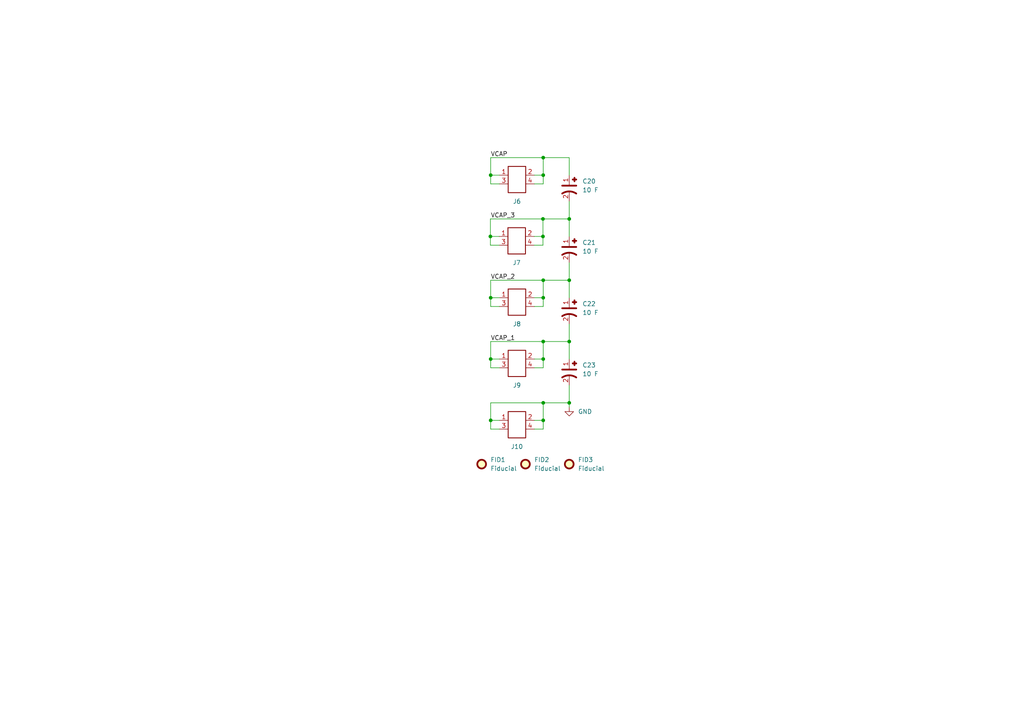
<source format=kicad_sch>
(kicad_sch (version 20250114) (generator "eeschema") (generator_version "9.0")
  (paper "A4")
  (lib_symbols
    (symbol "CAPACITORS_HV_DATA_BASE:C_HV1030-2R7106-R" (pin_names (offset 0.254))
      (property "Reference" "C" (at 0 5.08 0))
      (property "Value" "10 F" (at 0 -5.08 0))
      (symbol "C_HV1030-2R7106-R_0_1"
        (polyline (pts (xy -2.54 -1.016) (xy -2.54 -2.032)) (stroke (width 0.508)))
        (polyline (pts (xy -2.032 -1.524) (xy -3.048 -1.524)) (stroke (width 0.508)))
        (polyline (pts (xy -0.762 -2.032) (xy -0.762 2.032)) (stroke (width 0.508)))
        (arc (start 1.524 -2.032) (mid 0.9088 0) (end 1.524 2.032) (stroke (width 0.508)))
      )
      (symbol "C_HV1030-2R7106-R_1_1"
        (pin passive line (at -3.81 0 0) (length 2.8) (name "") (number "1"))
        (pin passive line (at 3.81 0 180) (length 2.8) (name "") (number "2"))
      )
    )
    (symbol "CONNECTORS_FTSH-1xx-04-L-DH_DATA_BASE:J_FTSH-102-04-L-DH" (pin_names (offset 0.254))
      (property "Reference" "J" (at 5.08 5.08 0))
      (property "Value" "FTSH-102-04-L-DH" (at 5.08 -5.08 0))
      (symbol "J_FTSH-102-04-L-DH_0_0"
        (pin passive line (at -5.08 1.27 0) (length 2.54) (name "") (number "1"))
        (pin passive line (at -5.08 -1.27 0) (length 2.54) (name "") (number "3"))
        (pin passive line (at 5.08 1.27 180) (length 2.54) (name "") (number "2"))
        (pin passive line (at 5.08 -1.27 180) (length 2.54) (name "") (number "4"))
      )
      (symbol "J_FTSH-102-04-L-DH_1_0"
        (rectangle (start -2.54 3.81) (end 2.54 -3.81) (stroke (width 0.254)))
      )
    )
    (symbol "UNITED_NO_COMPONENTS_DATA_BASE:Fiducial"
      (property "Reference" "FID" (at 0 5.08 0))
      (property "Value" "Fiducial" (at 0 3.175 0))
      (symbol "Fiducial_0_1"
        (circle (center 0 0) (radius 1.27) (stroke (width 0.508)) (fill (type background)))
      )
    )
    (symbol "power:GND" (power) (pin_numbers (hide yes)) (pin_names (offset 0) (hide yes))
      (property "Value" "GND" (at 0 -3.81 0))
      (symbol "GND_0_1"
        (polyline (pts (xy 0 0) (xy 0 -1.27) (xy 1.27 -1.27) (xy 0 -2.54) (xy -1.27 -1.27) (xy 0 -1.27)))
      )
      (symbol "GND_1_1"
        (pin power_in line (at 0 0 270) (length 0) (name "~") (number "1"))
      )
    )
  )
  (junction (at 142.3165 121.92))
  (junction (at 157.5565 81.28))
  (junction (at 157.48 63.5))
  (junction (at 142.3165 104.14))
  (junction (at 157.5565 104.14))
  (junction (at 142.3165 86.36))
  (junction (at 165.1 99.06))
  (junction (at 142.24 68.58))
  (junction (at 157.5565 116.84))
  (junction (at 157.5565 45.72))
  (junction (at 157.5565 99.06))
  (junction (at 165.1 116.84))
  (junction (at 142.3165 50.8))
  (junction (at 157.5565 121.92))
  (junction (at 165.1 81.28))
  (junction (at 165.1 63.5))
  (junction (at 157.48 68.58))
  (junction (at 157.5565 86.36))
  (junction (at 157.5565 50.8))
  (wire (pts (xy 142.3165 81.28) (xy 142.3165 86.36)))
  (wire (pts (xy 155.0165 53.34) (xy 157.5565 53.34)))
  (wire (pts (xy 155.0165 104.14) (xy 157.5565 104.14)))
  (wire (pts (xy 142.3165 104.14) (xy 142.3165 106.68)))
  (wire (pts (xy 142.24 68.58) (xy 142.24 71.12)))
  (wire (pts (xy 142.3165 104.14) (xy 144.8565 104.14)))
  (wire (pts (xy 165.1 111.76) (xy 165.1 116.84)))
  (wire (pts (xy 142.24 68.58) (xy 144.78 68.58)))
  (wire (pts (xy 157.5565 104.14) (xy 157.5565 106.68)))
  (wire (pts (xy 142.3165 88.9) (xy 144.8565 88.9)))
  (wire (pts (xy 157.5565 81.28) (xy 157.5565 86.36)))
  (wire (pts (xy 165.1 99.06) (xy 165.1 104.14)))
  (wire (pts (xy 155.0165 86.36) (xy 157.5565 86.36)))
  (wire (pts (xy 165.1 76.2) (xy 165.1 81.28)))
  (wire (pts (xy 142.3165 99.06) (xy 142.3165 104.14)))
  (wire (pts (xy 142.3165 116.84) (xy 142.3165 121.92)))
  (wire (pts (xy 142.24 71.12) (xy 144.78 71.12)))
  (wire (pts (xy 165.1 93.98) (xy 165.1 99.06)))
  (wire (pts (xy 157.5565 45.72) (xy 165.1 45.72)))
  (wire (pts (xy 142.3165 124.46) (xy 144.8565 124.46)))
  (wire (pts (xy 154.94 68.58) (xy 157.48 68.58)))
  (wire (pts (xy 157.48 68.58) (xy 157.48 71.12)))
  (wire (pts (xy 165.1 81.28) (xy 165.1 86.36)))
  (wire (pts (xy 157.5565 81.28) (xy 165.1 81.28)))
  (wire (pts (xy 154.94 71.12) (xy 157.48 71.12)))
  (wire (pts (xy 142.3165 45.72) (xy 142.3165 50.8)))
  (wire (pts (xy 142.3165 121.92) (xy 144.8565 121.92)))
  (wire (pts (xy 157.48 63.5) (xy 142.24 63.5)))
  (wire (pts (xy 142.3165 99.06) (xy 157.5565 99.06)))
  (wire (pts (xy 157.5565 116.84) (xy 165.1 116.84)))
  (wire (pts (xy 142.24 63.5) (xy 142.24 68.58)))
  (wire (pts (xy 165.1 63.5) (xy 165.1 68.58)))
  (wire (pts (xy 142.3165 106.68) (xy 144.8565 106.68)))
  (wire (pts (xy 157.48 63.5) (xy 157.48 68.58)))
  (wire (pts (xy 142.3165 53.34) (xy 144.8565 53.34)))
  (wire (pts (xy 157.5565 86.36) (xy 157.5565 88.9)))
  (wire (pts (xy 157.5565 99.06) (xy 165.1 99.06)))
  (wire (pts (xy 142.3165 45.72) (xy 157.5565 45.72)))
  (wire (pts (xy 165.1 45.72) (xy 165.1 50.8)))
  (wire (pts (xy 142.3165 81.28) (xy 157.5565 81.28)))
  (wire (pts (xy 157.5565 45.72) (xy 157.5565 50.8)))
  (wire (pts (xy 155.0165 121.92) (xy 157.5565 121.92)))
  (wire (pts (xy 155.0165 50.8) (xy 157.5565 50.8)))
  (wire (pts (xy 155.0165 106.68) (xy 157.5565 106.68)))
  (wire (pts (xy 142.3165 50.8) (xy 144.8565 50.8)))
  (wire (pts (xy 157.5565 99.06) (xy 157.5565 104.14)))
  (wire (pts (xy 142.3165 86.36) (xy 142.3165 88.9)))
  (wire (pts (xy 155.0165 124.46) (xy 157.5565 124.46)))
  (wire (pts (xy 142.3165 116.84) (xy 157.5565 116.84)))
  (wire (pts (xy 142.3165 86.36) (xy 144.8565 86.36)))
  (wire (pts (xy 142.3165 50.8) (xy 142.3165 53.34)))
  (wire (pts (xy 165.1 58.42) (xy 165.1 63.5)))
  (wire (pts (xy 155.0165 88.9) (xy 157.5565 88.9)))
  (wire (pts (xy 157.5565 121.92) (xy 157.5565 124.46)))
  (wire (pts (xy 142.3165 121.92) (xy 142.3165 124.46)))
  (wire (pts (xy 157.5565 50.8) (xy 157.5565 53.34)))
  (wire (pts (xy 165.1 116.84) (xy 165.1 118.11)))
  (wire (pts (xy 165.1 63.5) (xy 157.48 63.5)))
  (wire (pts (xy 157.5565 116.84) (xy 157.5565 121.92)))
  (label "VCAP_3" (at 142.3165 63.5 0))
  (label "VCAP" (at 142.3165 45.72 0))
  (label "VCAP_2" (at 142.3165 81.28 0))
  (label "VCAP_1" (at 142.3165 99.06 0))
  (symbol (lib_id "CONNECTORS_FTSH-1xx-04-L-DH_DATA_BASE:J_FTSH-102-04-L-DH") (at 149.9365 52.07 0) (unit 1)
    (property "Reference" "J6" (at 149.9365 58.42 0))
    (property "Value" "FTSH-102-04-L-DH" (effects (hide yes)))
    (property "Footprint" "connector_footprints:FTSH-102-04-L-DH" (effects (hide yes)))
    (property "Datasheet" "https://suddendocs.samtec.com/catalog_english/ftsh_smt.pdf?_gl=1*uwyfuk*_gcl_au*OTQ3NjE2MTIwLjE3NTQ5MDMyODE.*_ga*NzIxODQzNjU3LjE3NTQ5MDMyODI.*_ga_3KFNZC07WW*czE3NTk5OTE3NDIkbzE1JGcxJHQxNzU5OTkxODU5JGo4JGwwJGgw" (effects (hide yes)))
    (property "Description" "Samtec FTSH-1xx-04-L-DH series,  2 positions connector,  1.27 mm pitch,  Black,  Horizontal mounting,  5.2 A,  300 V,  Surface Mount,  Tin plated" (effects (hide yes)))
    (property "Color" "Black" (effects (hide yes)))
    (property "Contact Plating" "Tin" (effects (hide yes)))
    (property "Current Rating (A)" "5.2" (effects (hide yes)))
    (property "MPN" "FTSH-102-04-L-DH" (effects (hide yes)))
    (property "Manufacturer" "Samtec" (effects (hide yes)))
    (property "Mounting Angle" "Horizontal" (effects (hide yes)))
    (property "Mounting Style" "Surface Mount" (effects (hide yes)))
    (property "Number of Rows" "2" (effects (hide yes)))
    (property "Pin Count" "2" (effects (hide yes)))
    (property "Pitch (mm)" "1.27" (effects (hide yes)))
    (property "Series" "FTSH-1xx-04-L-DH" (effects (hide yes)))
    (property "Symbol Name" "J_FTSH-102-04-L-DH" (effects (hide yes)))
    (property "Trustedparts Search" "https://www.trustedparts.com/en/search/FTSH-102-04-L-DH" (effects (hide yes)))
    (property "Voltage Rating (V)" "300" (effects (hide yes)))
  )
  (symbol (lib_id "power:GND") (at 165.1 118.11 0) (unit 1)
    (property "Reference" "#PWR018" (effects (hide yes)))
    (property "Value" "GND" (at 167.64 119.3799 0) (effects (justify left)))
    (property "Description" "Power symbol creates a global label with name \"GND\" , ground" (effects (hide yes)))
  )
  (symbol (lib_id "CAPACITORS_HV_DATA_BASE:C_HV1030-2R7106-R") (at 165.1 107.95 90) (mirror x) (unit 1)
    (property "Reference" "C23" (at 168.91 105.9179 90) (effects (justify right)))
    (property "Value" "10 F" (at 168.91 108.4579 90) (effects (justify right)))
    (property "Footprint" "capacitor_footprints:C_197x394_H31_5_5_0x10Metric" (effects (hide yes)))
    (property "Datasheet" "https://www.eaton.com/content/dam/eaton/products/electronic-components/resources/data-sheet/eaton-hv-supercapacitors-cylindrical-cells-data-sheet.pdf" (effects (hide yes)))
    (property "Description" "CAP SMD 10 F Supercapacitor 10% 197x394_H31_5 2.7V" (effects (hide yes)))
    (property "Capacitor Type" "Supercapacitor" (effects (hide yes)))
    (property "Case Code - in" "197x394_H31_5" (effects (hide yes)))
    (property "Case Code - mm" "5_0x10" (effects (hide yes)))
    (property "Dielectric" "Supercapacitor" (effects (hide yes)))
    (property "MPN" "HV1030-2R7106-R" (effects (hide yes)))
    (property "Manufacturer" "Eaton Electronics" (effects (hide yes)))
    (property "Series" "HV1030-2R7" (effects (hide yes)))
    (property "Symbol Name" "C_HV1030-2R7106-R" (effects (hide yes)))
    (property "Tolerance" "10%" (effects (hide yes)))
    (property "Trustedparts Search" "https://www.trustedparts.com/en/search/HV1030-2R7106-R" (effects (hide yes)))
    (property "Voltage Rating" "2.7V" (effects (hide yes)))
  )
  (symbol (lib_id "UNITED_NO_COMPONENTS_DATA_BASE:Fiducial") (at 152.4 134.62 0) (unit 1)
    (property "Reference" "FID2" (at 154.94 133.3499 0) (effects (justify left)))
    (property "Value" "Fiducial" (at 154.94 135.8899 0) (effects (justify left)))
    (property "Footprint" "no_components_footprints:Fiducial_0.5mm_Mask1mm" (effects (hide yes)))
    (property "Description" "Fiducial Marker" (effects (hide yes)))
  )
  (symbol (lib_id "CONNECTORS_FTSH-1xx-04-L-DH_DATA_BASE:J_FTSH-102-04-L-DH") (at 149.9365 123.19 0) (unit 1)
    (property "Reference" "J10" (at 149.9365 129.54 0))
    (property "Value" "FTSH-102-04-L-DH" (effects (hide yes)))
    (property "Footprint" "connector_footprints:FTSH-102-04-L-DH" (effects (hide yes)))
    (property "Datasheet" "https://suddendocs.samtec.com/catalog_english/ftsh_smt.pdf?_gl=1*uwyfuk*_gcl_au*OTQ3NjE2MTIwLjE3NTQ5MDMyODE.*_ga*NzIxODQzNjU3LjE3NTQ5MDMyODI.*_ga_3KFNZC07WW*czE3NTk5OTE3NDIkbzE1JGcxJHQxNzU5OTkxODU5JGo4JGwwJGgw" (effects (hide yes)))
    (property "Description" "Samtec FTSH-1xx-04-L-DH series,  2 positions connector,  1.27 mm pitch,  Black,  Horizontal mounting,  5.2 A,  300 V,  Surface Mount,  Tin plated" (effects (hide yes)))
    (property "Color" "Black" (effects (hide yes)))
    (property "Contact Plating" "Tin" (effects (hide yes)))
    (property "Current Rating (A)" "5.2" (effects (hide yes)))
    (property "MPN" "FTSH-102-04-L-DH" (effects (hide yes)))
    (property "Manufacturer" "Samtec" (effects (hide yes)))
    (property "Mounting Angle" "Horizontal" (effects (hide yes)))
    (property "Mounting Style" "Surface Mount" (effects (hide yes)))
    (property "Number of Rows" "2" (effects (hide yes)))
    (property "Pin Count" "2" (effects (hide yes)))
    (property "Pitch (mm)" "1.27" (effects (hide yes)))
    (property "Series" "FTSH-1xx-04-L-DH" (effects (hide yes)))
    (property "Symbol Name" "J_FTSH-102-04-L-DH" (effects (hide yes)))
    (property "Trustedparts Search" "https://www.trustedparts.com/en/search/FTSH-102-04-L-DH" (effects (hide yes)))
    (property "Voltage Rating (V)" "300" (effects (hide yes)))
  )
  (symbol (lib_id "CAPACITORS_HV_DATA_BASE:C_HV1030-2R7106-R") (at 165.1 90.17 90) (mirror x) (unit 1)
    (property "Reference" "C22" (at 168.91 88.1379 90) (effects (justify right)))
    (property "Value" "10 F" (at 168.91 90.6779 90) (effects (justify right)))
    (property "Footprint" "capacitor_footprints:C_197x394_H31_5_5_0x10Metric" (effects (hide yes)))
    (property "Datasheet" "https://www.eaton.com/content/dam/eaton/products/electronic-components/resources/data-sheet/eaton-hv-supercapacitors-cylindrical-cells-data-sheet.pdf" (effects (hide yes)))
    (property "Description" "CAP SMD 10 F Supercapacitor 10% 197x394_H31_5 2.7V" (effects (hide yes)))
    (property "Capacitor Type" "Supercapacitor" (effects (hide yes)))
    (property "Case Code - in" "197x394_H31_5" (effects (hide yes)))
    (property "Case Code - mm" "5_0x10" (effects (hide yes)))
    (property "Dielectric" "Supercapacitor" (effects (hide yes)))
    (property "MPN" "HV1030-2R7106-R" (effects (hide yes)))
    (property "Manufacturer" "Eaton Electronics" (effects (hide yes)))
    (property "Series" "HV1030-2R7" (effects (hide yes)))
    (property "Symbol Name" "C_HV1030-2R7106-R" (effects (hide yes)))
    (property "Tolerance" "10%" (effects (hide yes)))
    (property "Trustedparts Search" "https://www.trustedparts.com/en/search/HV1030-2R7106-R" (effects (hide yes)))
    (property "Voltage Rating" "2.7V" (effects (hide yes)))
  )
  (symbol (lib_id "CAPACITORS_HV_DATA_BASE:C_HV1030-2R7106-R") (at 165.1 72.39 90) (mirror x) (unit 1)
    (property "Reference" "C21" (at 168.91 70.3579 90) (effects (justify right)))
    (property "Value" "10 F" (at 168.91 72.8979 90) (effects (justify right)))
    (property "Footprint" "capacitor_footprints:C_197x394_H31_5_5_0x10Metric" (effects (hide yes)))
    (property "Datasheet" "https://www.eaton.com/content/dam/eaton/products/electronic-components/resources/data-sheet/eaton-hv-supercapacitors-cylindrical-cells-data-sheet.pdf" (effects (hide yes)))
    (property "Description" "CAP SMD 10 F Supercapacitor 10% 197x394_H31_5 2.7V" (effects (hide yes)))
    (property "Capacitor Type" "Supercapacitor" (effects (hide yes)))
    (property "Case Code - in" "197x394_H31_5" (effects (hide yes)))
    (property "Case Code - mm" "5_0x10" (effects (hide yes)))
    (property "Dielectric" "Supercapacitor" (effects (hide yes)))
    (property "MPN" "HV1030-2R7106-R" (effects (hide yes)))
    (property "Manufacturer" "Eaton Electronics" (effects (hide yes)))
    (property "Series" "HV1030-2R7" (effects (hide yes)))
    (property "Symbol Name" "C_HV1030-2R7106-R" (effects (hide yes)))
    (property "Tolerance" "10%" (effects (hide yes)))
    (property "Trustedparts Search" "https://www.trustedparts.com/en/search/HV1030-2R7106-R" (effects (hide yes)))
    (property "Voltage Rating" "2.7V" (effects (hide yes)))
  )
  (symbol (lib_id "CONNECTORS_FTSH-1xx-04-L-DH_DATA_BASE:J_FTSH-102-04-L-DH") (at 149.9365 105.41 0) (unit 1)
    (property "Reference" "J9" (at 149.9365 111.76 0))
    (property "Value" "FTSH-102-04-L-DH" (effects (hide yes)))
    (property "Footprint" "connector_footprints:FTSH-102-04-L-DH" (effects (hide yes)))
    (property "Datasheet" "https://suddendocs.samtec.com/catalog_english/ftsh_smt.pdf?_gl=1*uwyfuk*_gcl_au*OTQ3NjE2MTIwLjE3NTQ5MDMyODE.*_ga*NzIxODQzNjU3LjE3NTQ5MDMyODI.*_ga_3KFNZC07WW*czE3NTk5OTE3NDIkbzE1JGcxJHQxNzU5OTkxODU5JGo4JGwwJGgw" (effects (hide yes)))
    (property "Description" "Samtec FTSH-1xx-04-L-DH series,  2 positions connector,  1.27 mm pitch,  Black,  Horizontal mounting,  5.2 A,  300 V,  Surface Mount,  Tin plated" (effects (hide yes)))
    (property "Color" "Black" (effects (hide yes)))
    (property "Contact Plating" "Tin" (effects (hide yes)))
    (property "Current Rating (A)" "5.2" (effects (hide yes)))
    (property "MPN" "FTSH-102-04-L-DH" (effects (hide yes)))
    (property "Manufacturer" "Samtec" (effects (hide yes)))
    (property "Mounting Angle" "Horizontal" (effects (hide yes)))
    (property "Mounting Style" "Surface Mount" (effects (hide yes)))
    (property "Number of Rows" "2" (effects (hide yes)))
    (property "Pin Count" "2" (effects (hide yes)))
    (property "Pitch (mm)" "1.27" (effects (hide yes)))
    (property "Series" "FTSH-1xx-04-L-DH" (effects (hide yes)))
    (property "Symbol Name" "J_FTSH-102-04-L-DH" (effects (hide yes)))
    (property "Trustedparts Search" "https://www.trustedparts.com/en/search/FTSH-102-04-L-DH" (effects (hide yes)))
    (property "Voltage Rating (V)" "300" (effects (hide yes)))
  )
  (symbol (lib_id "CONNECTORS_FTSH-1xx-04-L-DH_DATA_BASE:J_FTSH-102-04-L-DH") (at 149.86 69.85 0) (unit 1)
    (property "Reference" "J7" (at 149.86 76.2 0))
    (property "Value" "FTSH-102-04-L-DH" (effects (hide yes)))
    (property "Footprint" "connector_footprints:FTSH-102-04-L-DH" (effects (hide yes)))
    (property "Datasheet" "https://suddendocs.samtec.com/catalog_english/ftsh_smt.pdf?_gl=1*uwyfuk*_gcl_au*OTQ3NjE2MTIwLjE3NTQ5MDMyODE.*_ga*NzIxODQzNjU3LjE3NTQ5MDMyODI.*_ga_3KFNZC07WW*czE3NTk5OTE3NDIkbzE1JGcxJHQxNzU5OTkxODU5JGo4JGwwJGgw" (effects (hide yes)))
    (property "Description" "Samtec FTSH-1xx-04-L-DH series,  2 positions connector,  1.27 mm pitch,  Black,  Horizontal mounting,  5.2 A,  300 V,  Surface Mount,  Tin plated" (effects (hide yes)))
    (property "Color" "Black" (effects (hide yes)))
    (property "Contact Plating" "Tin" (effects (hide yes)))
    (property "Current Rating (A)" "5.2" (effects (hide yes)))
    (property "MPN" "FTSH-102-04-L-DH" (effects (hide yes)))
    (property "Manufacturer" "Samtec" (effects (hide yes)))
    (property "Mounting Angle" "Horizontal" (effects (hide yes)))
    (property "Mounting Style" "Surface Mount" (effects (hide yes)))
    (property "Number of Rows" "2" (effects (hide yes)))
    (property "Pin Count" "2" (effects (hide yes)))
    (property "Pitch (mm)" "1.27" (effects (hide yes)))
    (property "Series" "FTSH-1xx-04-L-DH" (effects (hide yes)))
    (property "Symbol Name" "J_FTSH-102-04-L-DH" (effects (hide yes)))
    (property "Trustedparts Search" "https://www.trustedparts.com/en/search/FTSH-102-04-L-DH" (effects (hide yes)))
    (property "Voltage Rating (V)" "300" (effects (hide yes)))
  )
  (symbol (lib_id "CONNECTORS_FTSH-1xx-04-L-DH_DATA_BASE:J_FTSH-102-04-L-DH") (at 149.9365 87.63 0) (unit 1)
    (property "Reference" "J8" (at 149.9365 93.98 0))
    (property "Value" "FTSH-102-04-L-DH" (effects (hide yes)))
    (property "Footprint" "connector_footprints:FTSH-102-04-L-DH" (effects (hide yes)))
    (property "Datasheet" "https://suddendocs.samtec.com/catalog_english/ftsh_smt.pdf?_gl=1*uwyfuk*_gcl_au*OTQ3NjE2MTIwLjE3NTQ5MDMyODE.*_ga*NzIxODQzNjU3LjE3NTQ5MDMyODI.*_ga_3KFNZC07WW*czE3NTk5OTE3NDIkbzE1JGcxJHQxNzU5OTkxODU5JGo4JGwwJGgw" (effects (hide yes)))
    (property "Description" "Samtec FTSH-1xx-04-L-DH series,  2 positions connector,  1.27 mm pitch,  Black,  Horizontal mounting,  5.2 A,  300 V,  Surface Mount,  Tin plated" (effects (hide yes)))
    (property "Color" "Black" (effects (hide yes)))
    (property "Contact Plating" "Tin" (effects (hide yes)))
    (property "Current Rating (A)" "5.2" (effects (hide yes)))
    (property "MPN" "FTSH-102-04-L-DH" (effects (hide yes)))
    (property "Manufacturer" "Samtec" (effects (hide yes)))
    (property "Mounting Angle" "Horizontal" (effects (hide yes)))
    (property "Mounting Style" "Surface Mount" (effects (hide yes)))
    (property "Number of Rows" "2" (effects (hide yes)))
    (property "Pin Count" "2" (effects (hide yes)))
    (property "Pitch (mm)" "1.27" (effects (hide yes)))
    (property "Series" "FTSH-1xx-04-L-DH" (effects (hide yes)))
    (property "Symbol Name" "J_FTSH-102-04-L-DH" (effects (hide yes)))
    (property "Trustedparts Search" "https://www.trustedparts.com/en/search/FTSH-102-04-L-DH" (effects (hide yes)))
    (property "Voltage Rating (V)" "300" (effects (hide yes)))
  )
  (symbol (lib_id "CAPACITORS_HV_DATA_BASE:C_HV1030-2R7106-R") (at 165.1 54.61 90) (mirror x) (unit 1)
    (property "Reference" "C20" (at 168.91 52.5779 90) (effects (justify right)))
    (property "Value" "10 F" (at 168.91 55.1179 90) (effects (justify right)))
    (property "Footprint" "capacitor_footprints:C_197x394_H31_5_5_0x10Metric" (effects (hide yes)))
    (property "Datasheet" "https://www.eaton.com/content/dam/eaton/products/electronic-components/resources/data-sheet/eaton-hv-supercapacitors-cylindrical-cells-data-sheet.pdf" (effects (hide yes)))
    (property "Description" "CAP SMD 10 F Supercapacitor 10% 197x394_H31_5 2.7V" (effects (hide yes)))
    (property "Capacitor Type" "Supercapacitor" (effects (hide yes)))
    (property "Case Code - in" "197x394_H31_5" (effects (hide yes)))
    (property "Case Code - mm" "5_0x10" (effects (hide yes)))
    (property "Dielectric" "Supercapacitor" (effects (hide yes)))
    (property "MPN" "HV1030-2R7106-R" (effects (hide yes)))
    (property "Manufacturer" "Eaton Electronics" (effects (hide yes)))
    (property "Series" "HV1030-2R7" (effects (hide yes)))
    (property "Symbol Name" "C_HV1030-2R7106-R" (effects (hide yes)))
    (property "Tolerance" "10%" (effects (hide yes)))
    (property "Trustedparts Search" "https://www.trustedparts.com/en/search/HV1030-2R7106-R" (effects (hide yes)))
    (property "Voltage Rating" "2.7V" (effects (hide yes)))
  )
  (symbol (lib_id "UNITED_NO_COMPONENTS_DATA_BASE:Fiducial") (at 139.7 134.62 0) (unit 1)
    (property "Reference" "FID1" (at 142.24 133.3499 0) (effects (justify left)))
    (property "Value" "Fiducial" (at 142.24 135.8899 0) (effects (justify left)))
    (property "Footprint" "no_components_footprints:Fiducial_0.5mm_Mask1mm" (effects (hide yes)))
    (property "Description" "Fiducial Marker" (effects (hide yes)))
  )
  (symbol (lib_id "UNITED_NO_COMPONENTS_DATA_BASE:Fiducial") (at 165.1 134.62 0) (unit 1)
    (property "Reference" "FID3" (at 167.64 133.3499 0) (effects (justify left)))
    (property "Value" "Fiducial" (at 167.64 135.8899 0) (effects (justify left)))
    (property "Footprint" "no_components_footprints:Fiducial_0.5mm_Mask1mm" (effects (hide yes)))
    (property "Description" "Fiducial Marker" (effects (hide yes)))
  )
)
</source>
